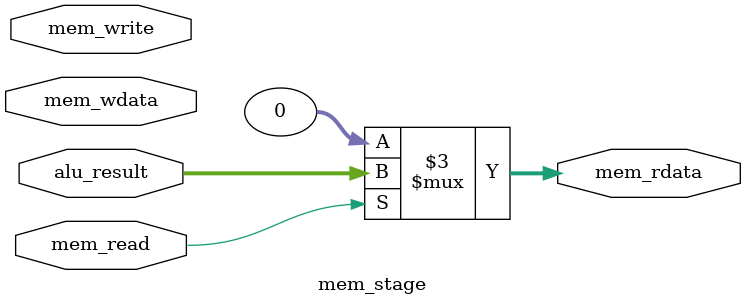
<source format=sv>
module mem_stage (
    input  logic [31:0] alu_result,  // Address or data for memory access
    input  logic        mem_read,    // Read enable signal
    input  logic        mem_write,   // Write enable signal
    input  logic [31:0] mem_wdata,   // Data to write to memory
    output logic [31:0] mem_rdata    // Data read from memory
);
    always_comb begin
        if (mem_read)
            mem_rdata = alu_result; // Placeholder: memory read
        else
            mem_rdata = 32'h0;      // Default value
    end
endmodule

</source>
